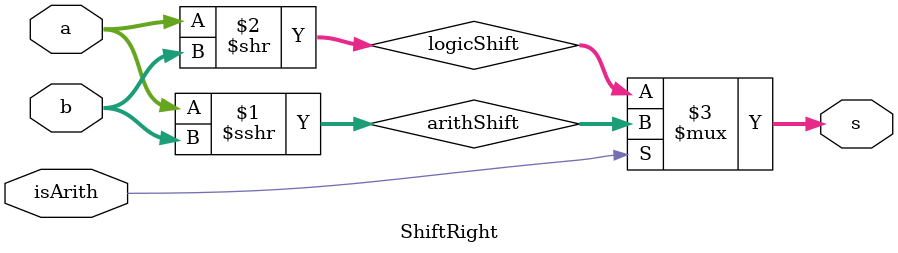
<source format=sv>
module ShiftRight #(parameter bus = 32)
	(input logic [bus-1:0] a, b, input logic isArith, output logic [bus-1:0] s);

	
	logic [bus-1:0] arithShift, logicShift;
	
	assign arithShift = a >>> b;
	assign logicShift = a >> b;
	
	assign s = isArith? arithShift : logicShift;
	
endmodule

</source>
